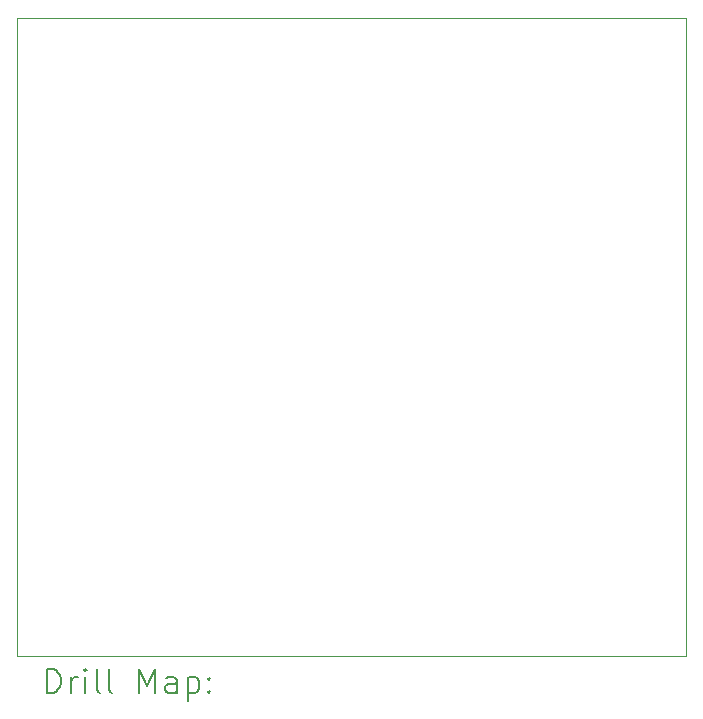
<source format=gbr>
%TF.GenerationSoftware,KiCad,Pcbnew,(6.0.11)*%
%TF.CreationDate,2024-10-09T23:18:14+02:00*%
%TF.ProjectId,kicad-c128keyb,6b696361-642d-4633-9132-386b6579622e,rev?*%
%TF.SameCoordinates,Original*%
%TF.FileFunction,Drillmap*%
%TF.FilePolarity,Positive*%
%FSLAX45Y45*%
G04 Gerber Fmt 4.5, Leading zero omitted, Abs format (unit mm)*
G04 Created by KiCad (PCBNEW (6.0.11)) date 2024-10-09 23:18:14*
%MOMM*%
%LPD*%
G01*
G04 APERTURE LIST*
%ADD10C,0.050000*%
%ADD11C,0.200000*%
G04 APERTURE END LIST*
D10*
X16131159Y-11906831D02*
X10464800Y-11906831D01*
X10464800Y-11906831D02*
X10464800Y-6502400D01*
X10464800Y-6502400D02*
X16131159Y-6502400D01*
X16131159Y-6502400D02*
X16131159Y-11906831D01*
D11*
X10719919Y-12219807D02*
X10719919Y-12019807D01*
X10767538Y-12019807D01*
X10796110Y-12029331D01*
X10815157Y-12048379D01*
X10824681Y-12067426D01*
X10834205Y-12105521D01*
X10834205Y-12134093D01*
X10824681Y-12172188D01*
X10815157Y-12191236D01*
X10796110Y-12210283D01*
X10767538Y-12219807D01*
X10719919Y-12219807D01*
X10919919Y-12219807D02*
X10919919Y-12086474D01*
X10919919Y-12124569D02*
X10929443Y-12105521D01*
X10938967Y-12095998D01*
X10958014Y-12086474D01*
X10977062Y-12086474D01*
X11043729Y-12219807D02*
X11043729Y-12086474D01*
X11043729Y-12019807D02*
X11034205Y-12029331D01*
X11043729Y-12038855D01*
X11053252Y-12029331D01*
X11043729Y-12019807D01*
X11043729Y-12038855D01*
X11167538Y-12219807D02*
X11148490Y-12210283D01*
X11138967Y-12191236D01*
X11138967Y-12019807D01*
X11272300Y-12219807D02*
X11253252Y-12210283D01*
X11243728Y-12191236D01*
X11243728Y-12019807D01*
X11500871Y-12219807D02*
X11500871Y-12019807D01*
X11567538Y-12162664D01*
X11634205Y-12019807D01*
X11634205Y-12219807D01*
X11815157Y-12219807D02*
X11815157Y-12115045D01*
X11805633Y-12095998D01*
X11786586Y-12086474D01*
X11748490Y-12086474D01*
X11729443Y-12095998D01*
X11815157Y-12210283D02*
X11796109Y-12219807D01*
X11748490Y-12219807D01*
X11729443Y-12210283D01*
X11719919Y-12191236D01*
X11719919Y-12172188D01*
X11729443Y-12153140D01*
X11748490Y-12143617D01*
X11796109Y-12143617D01*
X11815157Y-12134093D01*
X11910395Y-12086474D02*
X11910395Y-12286474D01*
X11910395Y-12095998D02*
X11929443Y-12086474D01*
X11967538Y-12086474D01*
X11986586Y-12095998D01*
X11996109Y-12105521D01*
X12005633Y-12124569D01*
X12005633Y-12181712D01*
X11996109Y-12200759D01*
X11986586Y-12210283D01*
X11967538Y-12219807D01*
X11929443Y-12219807D01*
X11910395Y-12210283D01*
X12091348Y-12200759D02*
X12100871Y-12210283D01*
X12091348Y-12219807D01*
X12081824Y-12210283D01*
X12091348Y-12200759D01*
X12091348Y-12219807D01*
X12091348Y-12095998D02*
X12100871Y-12105521D01*
X12091348Y-12115045D01*
X12081824Y-12105521D01*
X12091348Y-12095998D01*
X12091348Y-12115045D01*
M02*

</source>
